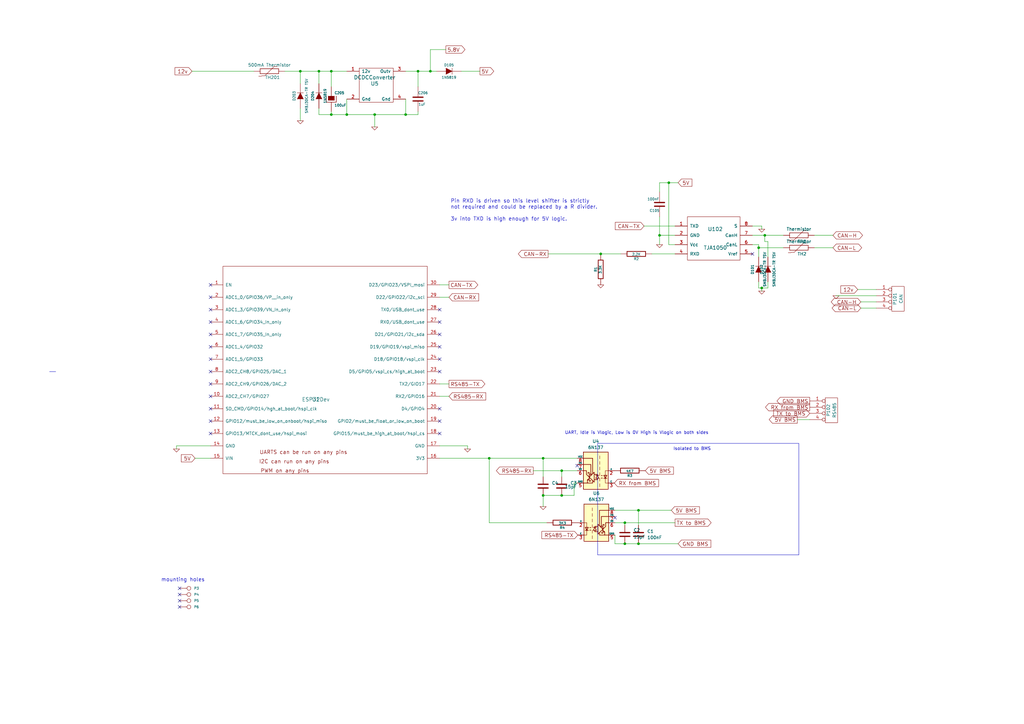
<source format=kicad_sch>
(kicad_sch (version 20230121) (generator eeschema)
  (paper "A3")
  (lib_symbols
    (symbol "Device:C" (pin_numbers hide) (pin_names (offset 0.254))
      (property "Reference" "C" (at 0.635 2.54 0))
      (property "Value" "C" (at 0.635 -2.54 0))
      (symbol "C_0_1"
        (polyline (pts (xy -2.032 -0.762) (xy 2.032 -0.762)) (stroke (width 0.508)))
        (polyline (pts (xy -2.032 0.762) (xy 2.032 0.762)) (stroke (width 0.508)))
      )
      (symbol "C_1_1"
        (pin passive line (at 0 3.81 270) (length 2.794) (name "~") (number "1"))
        (pin passive line (at 0 -3.81 90) (length 2.794) (name "~") (number "2"))
      )
    )
    (symbol "Isolator:6N137" (pin_names (offset 0))
      (property "Reference" "U" (at -4.064 8.89 0))
      (property "Value" "6N137" (at 0 -8.89 0))
      (symbol "6N137_0_1"
        (polyline (pts (xy 2.667 -3.556) (xy 2.667 -1.651)) (stroke (width 0.254)))
        (polyline (pts (xy 2.667 -2.159) (xy 2.667 -2.921)) (stroke (width 0.254)))
        (polyline (pts (xy 3.429 -3.937) (xy 3.429 -5.08)) (stroke (width 0.254)))
        (polyline (pts (xy -0.635 -3.302) (xy -0.635 -3.683) (xy 0.635 -3.683)) (stroke (width 0.254)))
        (polyline (pts (xy -0.635 -1.905) (xy -0.635 -1.524) (xy 0.508 -1.524)) (stroke (width 0.254)))
        (polyline (pts (xy 1.27 -4.064) (xy 1.27 -5.08) (xy 5.08 -5.08)) (stroke (width 0.254)))
        (polyline (pts (xy 1.27 -1.27) (xy 1.27 5.08) (xy 5.08 5.08)) (stroke (width 0.254)))
        (polyline (pts (xy 2.032 -1.27) (xy 2.032 2.54) (xy 5.08 2.54)) (stroke (width 0.254)))
        (polyline (pts (xy -5.08 -5.08) (xy -3.937 -5.08) (xy -3.937 0) (xy -5.08 0)))
        (polyline (pts (xy 2.667 -3.302) (xy 2.667 -4.318) (xy 2.159 -4.318) (xy 2.159 -3.937)) (stroke (width 0.254)))
        (polyline (pts (xy 2.667 -2.667) (xy 0.635 -4.699) (xy 0.635 -0.635) (xy 2.667 -2.667)) (stroke (width 0.254)))
        (polyline (pts (xy 2.667 -1.778) (xy 2.667 -0.762) (xy 3.175 -0.762) (xy 3.175 -1.143)) (stroke (width 0.254)))
        (polyline (pts (xy 2.794 -2.54) (xy 3.81 -1.524) (xy 3.81 0) (xy 5.08 0)) (stroke (width 0.254)))
        (polyline (pts (xy 2.667 -3.175) (xy 3.429 -3.937) (xy 3.302 -3.556) (xy 3.048 -3.81) (xy 3.429 -3.937)) (stroke (width 0.254)))
        (circle (center 2.032 -1.524) (radius 0.254) (stroke (width 0.254)))
      )
      (symbol "6N137_1_1"
        (rectangle (start -5.08 7.62) (end 5.08 -7.62) (stroke (width 0.254)) (fill (type background)))
        (polyline (pts (xy -4.572 -3.175) (xy -3.302 -3.175)) (stroke (width 0.254)))
        (polyline (pts (xy -1.651 -5.334) (xy -1.651 -6.604)))
        (polyline (pts (xy -1.651 -3.048) (xy -1.651 -4.318)))
        (polyline (pts (xy -1.651 -0.762) (xy -1.651 -2.032)))
        (polyline (pts (xy -1.651 1.524) (xy -1.651 0.254)))
        (polyline (pts (xy -1.651 3.81) (xy -1.651 2.54)))
        (polyline (pts (xy -1.651 6.096) (xy -1.651 4.826)))
        (polyline (pts (xy -1.27 -1.905) (xy 0 -1.905)) (stroke (width 0.254)))
        (polyline (pts (xy -3.937 -3.175) (xy -4.572 -1.905) (xy -3.302 -1.905) (xy -3.937 -3.175)) (stroke (width 0.254)))
        (polyline (pts (xy -0.635 -1.905) (xy -1.27 -3.175) (xy 0 -3.175) (xy -0.635 -1.905)) (stroke (width 0.254)))
        (polyline (pts (xy -2.921 -3.048) (xy -2.159 -3.048) (xy -2.54 -3.175) (xy -2.54 -2.921) (xy -2.159 -3.048)) (stroke (width 0.127)))
        (polyline (pts (xy -2.921 -2.032) (xy -2.159 -2.032) (xy -2.54 -2.159) (xy -2.54 -1.905) (xy -2.159 -2.032)) (stroke (width 0.127)))
        (pin no_connect line (at -5.08 5.08 0) (length 2.54) hide (name "NC") (number "1"))
        (pin passive line (at -7.62 0 0) (length 2.54) (name "A") (number "2"))
        (pin passive line (at -7.62 -5.08 0) (length 2.54) (name "C") (number "3"))
        (pin power_in line (at 7.62 -5.08 180) (length 2.54) (name "GND") (number "5"))
        (pin open_collector line (at 7.62 0 180) (length 2.54) (name "VO") (number "6"))
        (pin input line (at 7.62 2.54 180) (length 2.54) (name "EN") (number "7"))
        (pin power_in line (at 7.62 5.08 180) (length 2.54) (name "VCC") (number "8"))
      )
    )
    (symbol "conn:CONN_1" (pin_numbers hide) (pin_names (offset 0.762) hide)
      (property "Reference" "P" (at 2.032 0 0))
      (symbol "CONN_1_0_1"
        (polyline (pts (xy -0.762 0) (xy -1.27 0)))
        (circle (center 0 0) (radius 0.7874))
      )
      (symbol "CONN_1_1_1"
        (pin passive line (at -3.81 0 0) (length 2.54) (name "1") (number "1"))
      )
    )
    (symbol "conn:CONN_4" (pin_names (offset 1.016) hide)
      (property "Reference" "P" (at -1.27 0 90))
      (property "Value" "CONN_4" (at 1.27 0 90))
      (symbol "CONN_4_0_1"
        (rectangle (start -2.54 5.08) (end 2.54 -5.08))
      )
      (symbol "CONN_4_1_1"
        (pin passive inverted (at -8.89 3.81 0) (length 6.35) (name "P1") (number "1"))
        (pin passive inverted (at -8.89 1.27 0) (length 6.35) (name "P2") (number "2"))
        (pin passive inverted (at -8.89 -1.27 0) (length 6.35) (name "P3") (number "3"))
        (pin passive inverted (at -8.89 -3.81 0) (length 6.35) (name "P4") (number "4"))
      )
    )
    (symbol "device:C" (pin_numbers hide) (pin_names (offset 0.254))
      (property "Reference" "C" (at 0 2.54 0))
      (property "Value" "C" (at 0.1524 -2.159 0))
      (symbol "C_0_1"
        (polyline (pts (xy -2.032 -0.762) (xy 2.032 -0.762)) (stroke (width 0.508)))
        (polyline (pts (xy -2.032 0.762) (xy 2.032 0.762)) (stroke (width 0.508)))
      )
      (symbol "C_1_1"
        (pin passive line (at 0 5.08 270) (length 4.318) (name "~") (number "1"))
        (pin passive line (at 0 -5.08 90) (length 4.318) (name "~") (number "2"))
      )
    )
    (symbol "device:CAPAPOL" (pin_numbers hide) (pin_names (offset 0.254) hide)
      (property "Reference" "C" (at 1.27 2.54 0))
      (property "Value" "CAPAPOL" (at 1.27 -2.54 0))
      (symbol "CAPAPOL_0_1"
        (polyline (pts (xy -2.032 1.27) (xy -2.032 -1.27) (xy 2.032 -1.27) (xy 2.032 1.27)) (stroke (width 0.2032)))
        (polyline (pts (xy -1.27 1.27) (xy -1.27 -0.508) (xy 1.27 -0.508) (xy 1.27 1.27)) (fill (type outline)))
      )
      (symbol "CAPAPOL_1_1"
        (pin passive line (at 0 5.08 270) (length 3.81) (name "~") (number "1"))
        (pin passive line (at 0 -5.08 90) (length 3.81) (name "~") (number "2"))
      )
    )
    (symbol "device:DCDCConverter" (pin_names (offset 1.016))
      (property "Reference" "U" (at 0 0 0))
      (property "Value" "DCDCConverter" (at 0 2.54 0))
      (symbol "DCDCConverter_0_1"
        (rectangle (start -6.35 -7.62) (end 7.62 6.35))
      )
      (symbol "DCDCConverter_1_1"
        (pin input line (at -11.43 5.08 0) (length 5.08) (name "12v") (number "1"))
        (pin input line (at -11.43 -6.35 0) (length 5.08) (name "Gnd") (number "2"))
        (pin input line (at 12.7 5.08 180) (length 5.08) (name "Outv") (number "3"))
        (pin input line (at 12.7 -6.35 180) (length 5.08) (name "Gnd") (number "4"))
      )
    )
    (symbol "device:DIODE" (pin_numbers hide) (pin_names (offset 1.016) hide)
      (property "Reference" "D" (at 0 2.54 0))
      (property "Value" "DIODE" (at 0 -2.54 0))
      (symbol "DIODE_0_1"
        (polyline (pts (xy 1.27 1.27) (xy 1.27 -1.27)) (stroke (width 0.1524)))
        (polyline (pts (xy -1.27 1.27) (xy 1.27 0) (xy -1.27 -1.27)) (fill (type outline)))
      )
      (symbol "DIODE_1_1"
        (pin passive line (at -5.08 0 0) (length 3.81) (name "A") (number "1"))
        (pin passive line (at 5.08 0 180) (length 3.81) (name "K") (number "2"))
      )
    )
    (symbol "device:ESP32Dev" (pin_names (offset 1.016))
      (property "Reference" "U" (at -2.54 -8.89 0))
      (property "Value" "ESP32Dev" (at -2.54 -8.89 0))
      (symbol "ESP32Dev_0_0"
        (text "I2C can run on any pins" (at -11.43 -34.29 0) (effects (font (size 1.524 1.524))))
        (text "PWM on any pins" (at -15.24 -38.1 0) (effects (font (size 1.524 1.524))))
        (text "UARTS can be run on any pins" (at -7.62 -30.48 0) (effects (font (size 1.524 1.524))))
      )
      (symbol "ESP32Dev_0_1"
        (rectangle (start -40.64 45.72) (end 43.18 -39.37))
      )
      (symbol "ESP32Dev_1_1"
        (pin bidirectional line (at -45.72 38.1 0) (length 5.08) (name "EN") (number "1"))
        (pin bidirectional line (at -45.72 -7.62 0) (length 5.08) (name "ADC2_CH7/GPIO27") (number "10"))
        (pin bidirectional line (at -45.72 -12.7 0) (length 5.08) (name "SD_CMD/GPIO14/hgh_at_boot/hspi_clk") (number "11"))
        (pin bidirectional line (at -45.72 -17.78 0) (length 5.08) (name "GPIO12/must_be_low_on_onboot/hspi_miso") (number "12"))
        (pin bidirectional line (at -45.72 -22.86 0) (length 5.08) (name "GPIO13/MTCK_dont_use/hspi_mosi") (number "13"))
        (pin passive line (at -45.72 -27.94 0) (length 5.08) (name "GND") (number "14"))
        (pin power_in line (at -45.72 -33.02 0) (length 5.08) (name "VIN") (number "15"))
        (pin power_in line (at 48.26 -33.02 180) (length 5.08) (name "3V3") (number "16"))
        (pin passive line (at 48.26 -27.94 180) (length 5.08) (name "GND") (number "17"))
        (pin bidirectional line (at 48.26 -22.86 180) (length 5.08) (name "GPIO15/must_be_high_at_boot/hspi_cs") (number "18"))
        (pin bidirectional line (at 48.26 -17.78 180) (length 5.08) (name "GPIO2/must_be_float_or_low_on_boot") (number "19"))
        (pin input line (at -45.72 33.02 0) (length 5.08) (name "ADC1_0/GPIO36/VP__in_only") (number "2"))
        (pin bidirectional line (at 48.26 -12.7 180) (length 5.08) (name "D4/GPIO4") (number "20"))
        (pin bidirectional line (at 48.26 -7.62 180) (length 5.08) (name "RX2/GPIO16") (number "21"))
        (pin bidirectional line (at 48.26 -2.54 180) (length 5.08) (name "TX2/GIO17") (number "22"))
        (pin bidirectional line (at 48.26 2.54 180) (length 5.08) (name "D5/GPIO5/vspi_cs/high_at_boot") (number "23"))
        (pin bidirectional line (at 48.26 7.62 180) (length 5.08) (name "D18/GPIO18/vspi_clk") (number "24"))
        (pin bidirectional line (at 48.26 12.7 180) (length 5.08) (name "D19/GPIO19/vspi_miso") (number "25"))
        (pin bidirectional line (at 48.26 17.78 180) (length 5.08) (name "D21/GPIO21/i2c_sda") (number "26"))
        (pin bidirectional line (at 48.26 22.86 180) (length 5.08) (name "RX0/USB_dont_use") (number "27"))
        (pin bidirectional line (at 48.26 27.94 180) (length 5.08) (name "TX0/USB_dont_use") (number "28"))
        (pin bidirectional line (at 48.26 33.02 180) (length 5.08) (name "D22/GPIO22/i2c_scl") (number "29"))
        (pin input line (at -45.72 27.94 0) (length 5.08) (name "ADC1_3/GPIO39/VN_In_only") (number "3"))
        (pin bidirectional line (at 48.26 38.1 180) (length 5.08) (name "D23/GPIO23/VSPI_mosi") (number "30"))
        (pin input line (at -45.72 22.86 0) (length 5.08) (name "ADC1_6/GPIO34_In_only") (number "4"))
        (pin input line (at -45.72 17.78 0) (length 5.08) (name "ADC1_7/GPIO35_In_only") (number "5"))
        (pin bidirectional line (at -45.72 12.7 0) (length 5.08) (name "ADC1_4/GPIO32") (number "6"))
        (pin bidirectional line (at -45.72 7.62 0) (length 5.08) (name "ADC1_5/GPIO33") (number "7"))
        (pin bidirectional line (at -45.72 2.54 0) (length 5.08) (name "ADC2_CH8/GPIO25/DAC_1") (number "8"))
        (pin bidirectional line (at -45.72 -2.54 0) (length 5.08) (name "ADC2_CH9/GPIO26/DAC_2") (number "9"))
      )
    )
    (symbol "device:R" (pin_numbers hide) (pin_names (offset 0))
      (property "Reference" "R" (at 2.032 0 90))
      (property "Value" "R" (at 0.1778 0.0254 90))
      (symbol "R_0_1"
        (rectangle (start -1.016 3.81) (end 1.016 -3.81) (stroke (width 0.3048)))
      )
      (symbol "R_1_1"
        (pin passive line (at 0 6.35 270) (length 2.54) (name "~") (number "1"))
        (pin passive line (at 0 -6.35 90) (length 2.54) (name "~") (number "2"))
      )
    )
    (symbol "device:THERMISTOR" (pin_numbers hide) (pin_names (offset 0))
      (property "Reference" "TH" (at 2.54 1.27 90))
      (property "Value" "THERMISTOR" (at -2.54 0 90))
      (symbol "THERMISTOR_0_1"
        (rectangle (start -1.016 3.81) (end 1.016 -3.81) (stroke (width 0.2032)))
        (polyline (pts (xy -1.905 3.175) (xy -1.905 1.905) (xy 1.905 -1.905) (xy 1.905 -3.175) (xy 1.905 -3.175)))
        (text "-" (at 1.905 -3.81 900) (effects (font (size 1.524 1.524))))
      )
      (symbol "THERMISTOR_1_1"
        (pin passive line (at 0 6.35 270) (length 2.54) (name "~") (number "1"))
        (pin passive line (at 0 -6.35 90) (length 2.54) (name "~") (number "2"))
      )
    )
    (symbol "device:TJA1050" (pin_names (offset 1.016))
      (property "Reference" "U" (at 0 -2.54 0))
      (property "Value" "TJA1050" (at 0 -10.16 0))
      (symbol "TJA1050_0_1"
        (rectangle (start -11.43 -15.24) (end 10.16 2.54))
      )
      (symbol "TJA1050_1_1"
        (pin input line (at -16.51 -1.27 0) (length 5.08) (name "TXD") (number "1"))
        (pin input line (at -16.51 -5.08 0) (length 5.08) (name "GND") (number "2"))
        (pin input line (at -16.51 -8.89 0) (length 5.08) (name "Vcc") (number "3"))
        (pin input line (at -16.51 -12.7 0) (length 5.08) (name "RXD") (number "4"))
        (pin input line (at 15.24 -12.7 180) (length 5.08) (name "Vref") (number "5"))
        (pin input line (at 15.24 -8.89 180) (length 5.08) (name "CanL") (number "6"))
        (pin input line (at 15.24 -5.08 180) (length 5.08) (name "CanH") (number "7"))
        (pin input line (at 15.24 -1.27 180) (length 5.08) (name "S") (number "8"))
      )
    )
    (symbol "power1:GND" (power) (pin_names (offset 0))
      (symbol "GND_0_1"
        (polyline (pts (xy -1.27 0) (xy 0 -1.27) (xy 1.27 0) (xy -1.27 0)))
      )
      (symbol "GND_1_1"
        (pin power_in line (at 0 0 90) (length 0) hide (name "GND") (number "1"))
      )
    )
  )
  (junction (at 256.286 214.376))
  (junction (at 261.874 209.296))
  (junction (at 274.32 74.93))
  (junction (at 246.38 104.14))
  (junction (at 256.286 223.012))
  (junction (at 176.53 29.21))
  (junction (at 142.24 46.99))
  (junction (at 261.874 223.012))
  (junction (at 230.378 193.04))
  (junction (at 166.37 46.99))
  (junction (at 130.81 29.21))
  (junction (at 135.89 46.99))
  (junction (at 222.758 187.96))
  (junction (at 153.67 46.99))
  (junction (at 200.66 187.96))
  (junction (at 123.19 29.21))
  (junction (at 311.15 101.6))
  (junction (at 222.758 203.2))
  (junction (at 312.42 118.11))
  (junction (at 313.69 96.52))
  (junction (at 135.89 29.21))
  (junction (at 230.378 203.2))
  (junction (at 270.51 96.52))
  (junction (at 171.45 29.21))
  (no_connect (at 86.36 152.4))
  (no_connect (at 180.34 132.08))
  (no_connect (at 86.36 142.24))
  (no_connect (at 180.34 172.72))
  (no_connect (at 86.36 137.16))
  (no_connect (at 86.36 177.8))
  (no_connect (at 86.36 162.56))
  (no_connect (at 308.61 104.14))
  (no_connect (at 86.36 147.32))
  (no_connect (at 86.36 132.08))
  (no_connect (at 73.66 246.38))
  (no_connect (at 73.66 248.92))
  (no_connect (at 180.34 147.32))
  (no_connect (at 86.36 172.72))
  (no_connect (at 86.36 116.84))
  (no_connect (at 180.34 127))
  (no_connect (at 180.34 167.64))
  (no_connect (at 252.222 212.344))
  (no_connect (at 180.34 177.8))
  (no_connect (at 180.34 142.24))
  (no_connect (at 86.36 121.92))
  (no_connect (at 73.66 243.84))
  (no_connect (at 236.728 191.008))
  (no_connect (at 86.36 167.64))
  (no_connect (at 86.36 127))
  (no_connect (at 180.34 137.16))
  (no_connect (at 86.36 157.48))
  (no_connect (at 73.66 241.3))
  (no_connect (at 180.34 152.4))
  (wire (pts (xy 180.34 182.88) (xy 191.77 182.88)))
  (wire (pts (xy 327.025 172.085) (xy 332.105 172.085)))
  (wire (pts (xy 236.728 198.12) (xy 235.458 198.12)))
  (wire (pts (xy 222.758 203.2) (xy 230.378 203.2)))
  (wire (pts (xy 311.15 101.6) (xy 311.15 105.41)))
  (wire (pts (xy 153.67 46.99) (xy 166.37 46.99)))
  (wire (pts (xy 123.19 34.29) (xy 123.19 29.21)))
  (wire (pts (xy 218.694 193.04) (xy 230.378 193.04)))
  (wire (pts (xy 312.42 118.11) (xy 312.42 119.38)))
  (wire (pts (xy 171.45 46.99) (xy 171.45 45.72)))
  (wire (pts (xy 86.36 182.88) (xy 72.39 182.88)))
  (wire (pts (xy 334.01 101.6) (xy 341.63 101.6)))
  (wire (pts (xy 222.758 187.96) (xy 236.728 187.96)))
  (wire (pts (xy 252.222 219.456) (xy 252.222 223.012)))
  (wire (pts (xy 180.34 116.84) (xy 184.15 116.84)))
  (wire (pts (xy 116.84 29.21) (xy 123.19 29.21)))
  (wire (pts (xy 235.458 198.12) (xy 235.458 203.2)))
  (wire (pts (xy 314.96 118.11) (xy 314.96 115.57)))
  (wire (pts (xy 252.222 214.376) (xy 256.286 214.376)))
  (wire (pts (xy 184.15 162.56) (xy 180.34 162.56)))
  (wire (pts (xy 311.15 115.57) (xy 311.15 118.11)))
  (wire (pts (xy 351.79 118.745) (xy 359.41 118.745)))
  (wire (pts (xy 311.15 101.6) (xy 321.31 101.6)))
  (wire (pts (xy 189.23 29.21) (xy 196.85 29.21)))
  (wire (pts (xy 230.378 195.58) (xy 230.378 193.04)))
  (wire (pts (xy 261.874 223.012) (xy 278.13 223.012)))
  (wire (pts (xy 353.06 123.825) (xy 359.41 123.825)))
  (wire (pts (xy 252.222 209.296) (xy 261.874 209.296)))
  (wire (pts (xy 123.19 49.53) (xy 123.19 44.45)))
  (wire (pts (xy 135.89 29.21) (xy 135.89 35.56)))
  (wire (pts (xy 256.286 223.012) (xy 261.874 223.012)))
  (wire (pts (xy 312.42 118.11) (xy 314.96 118.11)))
  (wire (pts (xy 270.51 74.93) (xy 274.32 74.93)))
  (wire (pts (xy 313.69 99.06) (xy 313.69 96.52)))
  (polyline (pts (xy 20.32 152.4) (xy 22.86 152.4)))
  (wire (pts (xy 230.378 193.04) (xy 236.728 193.04)))
  (wire (pts (xy 261.874 209.296) (xy 275.336 209.296)))
  (wire (pts (xy 313.69 96.52) (xy 321.31 96.52)))
  (wire (pts (xy 130.81 34.29) (xy 130.81 29.21)))
  (wire (pts (xy 359.41 121.285) (xy 342.9 121.285)))
  (wire (pts (xy 261.874 209.296) (xy 261.874 215.392)))
  (wire (pts (xy 311.15 100.33) (xy 311.15 101.6)))
  (wire (pts (xy 314.96 105.41) (xy 314.96 99.06)))
  (wire (pts (xy 312.42 92.71) (xy 312.42 93.98)))
  (wire (pts (xy 200.66 214.376) (xy 200.66 187.96)))
  (wire (pts (xy 166.37 29.21) (xy 171.45 29.21)))
  (wire (pts (xy 270.51 96.52) (xy 270.51 100.33)))
  (wire (pts (xy 130.81 29.21) (xy 135.89 29.21)))
  (wire (pts (xy 252.222 223.012) (xy 256.286 223.012)))
  (wire (pts (xy 264.16 92.71) (xy 276.86 92.71)))
  (wire (pts (xy 130.81 46.99) (xy 135.89 46.99)))
  (wire (pts (xy 166.37 40.64) (xy 166.37 46.99)))
  (wire (pts (xy 246.38 104.14) (xy 254.635 104.14)))
  (wire (pts (xy 222.758 203.2) (xy 222.758 207.772)))
  (wire (pts (xy 274.32 100.33) (xy 276.86 100.33)))
  (wire (pts (xy 153.67 46.99) (xy 153.67 52.07)))
  (wire (pts (xy 274.32 74.93) (xy 278.13 74.93)))
  (wire (pts (xy 311.15 100.33) (xy 308.61 100.33)))
  (wire (pts (xy 135.89 46.99) (xy 142.24 46.99)))
  (wire (pts (xy 308.61 92.71) (xy 312.42 92.71)))
  (wire (pts (xy 135.89 46.99) (xy 135.89 45.72)))
  (wire (pts (xy 224.282 214.376) (xy 200.66 214.376)))
  (wire (pts (xy 308.61 96.52) (xy 313.69 96.52)))
  (wire (pts (xy 267.335 104.14) (xy 276.86 104.14)))
  (wire (pts (xy 182.88 20.32) (xy 176.53 20.32)))
  (wire (pts (xy 353.06 126.365) (xy 359.41 126.365)))
  (wire (pts (xy 80.01 187.96) (xy 86.36 187.96)))
  (wire (pts (xy 200.66 187.96) (xy 222.758 187.96)))
  (wire (pts (xy 314.96 99.06) (xy 313.69 99.06)))
  (wire (pts (xy 78.74 29.21) (xy 104.14 29.21)))
  (wire (pts (xy 123.19 29.21) (xy 130.81 29.21)))
  (wire (pts (xy 72.39 182.88) (xy 72.39 184.15)))
  (wire (pts (xy 176.53 20.32) (xy 176.53 29.21)))
  (wire (pts (xy 311.15 118.11) (xy 312.42 118.11)))
  (wire (pts (xy 142.24 46.99) (xy 153.67 46.99)))
  (wire (pts (xy 171.45 29.21) (xy 176.53 29.21)))
  (wire (pts (xy 180.34 187.96) (xy 200.66 187.96)))
  (wire (pts (xy 270.51 74.93) (xy 270.51 78.74)))
  (wire (pts (xy 191.77 182.88) (xy 191.77 184.15)))
  (wire (pts (xy 171.45 29.21) (xy 171.45 35.56)))
  (wire (pts (xy 184.15 157.48) (xy 180.34 157.48)))
  (wire (pts (xy 130.81 44.45) (xy 130.81 46.99)))
  (wire (pts (xy 334.01 96.52) (xy 341.63 96.52)))
  (wire (pts (xy 166.37 46.99) (xy 171.45 46.99)))
  (wire (pts (xy 135.89 29.21) (xy 142.24 29.21)))
  (wire (pts (xy 230.378 203.2) (xy 235.458 203.2)))
  (wire (pts (xy 142.24 40.64) (xy 142.24 46.99)))
  (wire (pts (xy 270.51 88.9) (xy 270.51 96.52)))
  (wire (pts (xy 256.286 214.376) (xy 276.86 214.376)))
  (wire (pts (xy 222.758 195.58) (xy 222.758 187.96)))
  (wire (pts (xy 274.32 74.93) (xy 274.32 100.33)))
  (wire (pts (xy 256.286 214.376) (xy 256.286 215.392)))
  (wire (pts (xy 184.15 121.92) (xy 180.34 121.92)))
  (wire (pts (xy 276.86 96.52) (xy 270.51 96.52)))
  (wire (pts (xy 176.53 29.21) (xy 179.07 29.21)))
  (wire (pts (xy 224.79 104.14) (xy 246.38 104.14)))
  (rectangle (start 245.11 181.864) (end 327.66 227.584))
  (text "Pin RXD is driven so this level shifter is strictly \nnot required and could be replaced by a R divider.\n\n3v into TXD is high enough for 5V logic.\n" (at 184.785 90.805 0) (effects (font (size 1.524 1.524)) (justify left bottom)))
  (text "mounting holes" (at 66.04 238.76 0) (effects (font (size 1.524 1.524)) (justify left bottom)))
  (text "Isolated to BMS" (at 276.098 184.912 0) (effects (font (size 1.27 1.27)) (justify left bottom)))
  (text "UART, Idle is Vlogic, Low is 0V High is Vlogic on both sides" (at 231.648 178.308 0) (effects (font (size 1.27 1.27)) (justify left bottom)))
  (global_label "CAN-RX" (shape input) (at 184.15 121.92 0) (effects (font (size 1.524 1.524))) (property "Intersheetrefs" "${INTERSHEET_REFS}" (effects hide)))
  (global_label "RS485-TX" (shape input) (at 236.982 219.456 180) (effects (font (size 1.524 1.524))) (property "Intersheetrefs" "${INTERSHEET_REFS}" (effects hide)))
  (global_label "5V" (shape input) (at 278.13 74.93 0) (effects (font (size 1.524 1.524))) (property "Intersheetrefs" "${INTERSHEET_REFS}" (effects hide)))
  (global_label "CAN-L" (shape bidirectional) (at 341.63 101.6 0) (effects (font (size 1.524 1.524))) (property "Intersheetrefs" "${INTERSHEET_REFS}" (effects hide)))
  (global_label "CAN-TX" (shape output) (at 184.15 116.84 0) (effects (font (size 1.524 1.524))) (property "Intersheetrefs" "${INTERSHEET_REFS}" (effects hide)))
  (global_label "RS485-TX" (shape output) (at 184.15 157.48 0) (effects (font (size 1.524 1.524))) (property "Intersheetrefs" "${INTERSHEET_REFS}" (effects hide)))
  (global_label "12v" (shape input) (at 351.79 118.745 180) (effects (font (size 1.524 1.524))) (property "Intersheetrefs" "${INTERSHEET_REFS}" (effects hide)))
  (global_label "CAN-TX" (shape input) (at 264.16 92.71 180) (effects (font (size 1.524 1.524))) (property "Intersheetrefs" "${INTERSHEET_REFS}" (effects hide)))
  (global_label "RS485-RX" (shape output) (at 218.694 193.04 180) (effects (font (size 1.524 1.524))) (property "Intersheetrefs" "${INTERSHEET_REFS}" (effects hide)))
  (global_label "5V" (shape input) (at 80.01 187.96 180) (effects (font (size 1.524 1.524))) (property "Intersheetrefs" "${INTERSHEET_REFS}" (effects hide)))
  (global_label "RX from BMS" (shape output) (at 332.105 167.005 180) (effects (font (size 1.524 1.524))) (property "Intersheetrefs" "${INTERSHEET_REFS}" (effects hide)))
  (global_label "CAN-H" (shape bidirectional) (at 341.63 96.52 0) (effects (font (size 1.524 1.524))) (property "Intersheetrefs" "${INTERSHEET_REFS}" (effects hide)))
  (global_label "5.8V" (shape output) (at 182.88 20.32 0) (effects (font (size 1.524 1.524))) (property "Intersheetrefs" "${INTERSHEET_REFS}" (effects hide)))
  (global_label "CAN-RX" (shape output) (at 224.79 104.14 180) (effects (font (size 1.524 1.524))) (property "Intersheetrefs" "${INTERSHEET_REFS}" (effects hide)))
  (global_label "12v" (shape input) (at 78.74 29.21 180) (effects (font (size 1.524 1.524))) (property "Intersheetrefs" "${INTERSHEET_REFS}" (effects hide)))
  (global_label "TX to BMS" (shape output) (at 276.86 214.376 0) (effects (font (size 1.524 1.524))) (property "Intersheetrefs" "${INTERSHEET_REFS}" (effects hide)))
  (global_label "CAN-H" (shape bidirectional) (at 353.06 123.825 180) (effects (font (size 1.524 1.524))) (property "Intersheetrefs" "${INTERSHEET_REFS}" (effects hide)))
  (global_label "RX from BMS" (shape input) (at 251.968 198.12 0) (effects (font (size 1.524 1.524))) (property "Intersheetrefs" "${INTERSHEET_REFS}" (effects hide)))
  (global_label "RS485-RX" (shape input) (at 184.15 162.56 0) (effects (font (size 1.524 1.524))) (property "Intersheetrefs" "${INTERSHEET_REFS}" (effects hide)))
  (global_label "GND BMS" (shape input) (at 278.13 223.012 0) (effects (font (size 1.524 1.524))) (property "Intersheetrefs" "${INTERSHEET_REFS}" (effects hide)))
  (global_label "5V BMS" (shape output) (at 327.025 172.085 180) (effects (font (size 1.524 1.524))) (property "Intersheetrefs" "${INTERSHEET_REFS}" (effects hide)))
  (global_label "5V BMS" (shape input) (at 264.668 193.04 0) (effects (font (size 1.524 1.524))) (property "Intersheetrefs" "${INTERSHEET_REFS}" (effects hide)))
  (global_label "GND BMS" (shape output) (at 332.105 164.465 180) (effects (font (size 1.524 1.524))) (property "Intersheetrefs" "${INTERSHEET_REFS}" (effects hide)))
  (global_label "CAN-L" (shape bidirectional) (at 353.06 126.365 180) (effects (font (size 1.524 1.524))) (property "Intersheetrefs" "${INTERSHEET_REFS}" (effects hide)))
  (global_label "5V BMS" (shape input) (at 275.336 209.296 0) (effects (font (size 1.524 1.524))) (property "Intersheetrefs" "${INTERSHEET_REFS}" (effects hide)))
  (global_label "5V" (shape output) (at 196.85 29.21 0) (effects (font (size 1.524 1.524))) (property "Intersheetrefs" "${INTERSHEET_REFS}" (effects hide)))
  (global_label "TX to BMS" (shape input) (at 332.105 169.545 180) (effects (font (size 1.524 1.524))) (property "Intersheetrefs" "${INTERSHEET_REFS}" (effects hide)))
  (symbol (lib_id "power1:GND") (at 123.19 49.53 0) (unit 1)
    (property "Reference" "#PWR01" (effects hide))
    (property "Value" "GND" (effects hide))
  )
  (symbol (lib_id "device:DIODE") (at 123.19 39.37 90) (unit 1)
    (property "Reference" "D203" (at 120.65 39.37 0) (effects (font (size 1.016 1.016))))
    (property "Value" "SMBJ30CA-TR TSV" (at 125.73 39.37 0) (effects (font (size 1.016 1.016))))
    (property "Footprint" "Diodes_SMD:DO-214AB" (effects hide))
    (property "Datasheet" "https://uk.rs-online.com/web/p/tvs-diodes/7147197" (effects hide))
  )
  (symbol (lib_id "device:CAPAPOL") (at 135.89 40.64 0) (unit 1)
    (property "Reference" "C205" (at 137.16 38.1 0) (effects (font (size 1.016 1.016)) (justify left)))
    (property "Value" "100uF" (at 137.16 43.18 0) (effects (font (size 1.016 1.016)) (justify left)))
    (property "Footprint" "Capacitor_SMD:C_1206_3216Metric_Pad1.33x1.80mm_HandSolder" (effects hide))
  )
  (symbol (lib_id "device:C") (at 171.45 40.64 0) (unit 1)
    (property "Reference" "C206" (at 171.45 38.1 0) (effects (font (size 1.016 1.016)) (justify left)))
    (property "Value" "1uF" (at 171.6024 42.799 0) (effects (font (size 1.016 1.016)) (justify left)))
    (property "Footprint" "Capacitor_SMD:C_1210_3225Metric_Pad1.33x2.70mm_HandSolder" (effects hide))
  )
  (symbol (lib_id "device:DIODE") (at 130.81 39.37 90) (unit 1)
    (property "Reference" "D204" (at 128.27 39.37 0) (effects (font (size 1.016 1.016))))
    (property "Value" "1N5819" (at 133.35 39.37 0) (effects (font (size 1.016 1.016))))
    (property "Footprint" "Diodes_SMD:D_1206" (effects hide))
  )
  (symbol (lib_id "power1:GND") (at 153.67 52.07 0) (unit 1)
    (property "Reference" "#PWR02" (effects hide))
    (property "Value" "GND" (effects hide))
  )
  (symbol (lib_id "device:THERMISTOR") (at 110.49 29.21 270) (unit 1)
    (property "Reference" "TH201" (at 111.76 31.75 90))
    (property "Value" "500mA Thermistor" (at 110.49 26.67 90))
    (property "Footprint" "Resistors_ThroughHole:Resistor_Horizontal_RM7mm" (effects hide))
  )
  (symbol (lib_id "device:TJA1050") (at 293.37 91.44 0) (unit 1)
    (property "Reference" "U102" (at 293.37 93.98 0) (effects (font (size 1.524 1.524))))
    (property "Value" "TJA1050" (at 293.37 101.6 0) (effects (font (size 1.524 1.524))))
    (property "Footprint" "Housings_SOIC:SOIC-8_3.9x4.9mm_Pitch1.27mm" (effects hide))
  )
  (symbol (lib_id "power1:GND") (at 270.51 100.33 0) (unit 1)
    (property "Reference" "#PWR03" (effects hide))
    (property "Value" "GND" (effects hide))
  )
  (symbol (lib_id "power1:GND") (at 312.42 93.98 0) (unit 1)
    (property "Reference" "#PWR04" (effects hide))
    (property "Value" "GND" (effects hide))
  )
  (symbol (lib_id "device:C") (at 270.51 83.82 180) (unit 1)
    (property "Reference" "C105" (at 270.51 86.36 0) (effects (font (size 1.016 1.016)) (justify left)))
    (property "Value" "100nF" (at 270.3576 81.661 0) (effects (font (size 1.016 1.016)) (justify left)))
    (property "Footprint" "Capacitor_SMD:C_0805_2012Metric_Pad1.18x1.45mm_HandSolder" (effects hide))
  )
  (symbol (lib_id "device:DIODE") (at 311.15 110.49 90) (unit 1)
    (property "Reference" "D101" (at 308.61 110.49 0) (effects (font (size 1.016 1.016))))
    (property "Value" "SMBJ30CA-TR TSV" (at 313.69 110.49 0) (effects (font (size 1.016 1.016))))
    (property "Footprint" "Diodes_SMD:DO-214AB" (effects hide))
    (property "Datasheet" "https://uk.rs-online.com/web/p/tvs-diodes/7147197" (effects hide))
  )
  (symbol (lib_id "device:DIODE") (at 314.96 110.49 90) (unit 1)
    (property "Reference" "D102" (at 312.42 110.49 0) (effects (font (size 1.016 1.016))))
    (property "Value" "SMBJ30CA-TR TSV" (at 317.5 110.49 0) (effects (font (size 1.016 1.016))))
    (property "Footprint" "Diodes_SMD:DO-214AB" (effects hide))
    (property "Datasheet" "https://uk.rs-online.com/web/p/tvs-diodes/7147197" (effects hide))
  )
  (symbol (lib_id "power1:GND") (at 312.42 119.38 0) (unit 1)
    (property "Reference" "#PWR05" (effects hide))
    (property "Value" "GND" (effects hide))
  )
  (symbol (lib_id "device:THERMISTOR") (at 327.66 96.52 270) (unit 1)
    (property "Reference" "TH1" (at 328.93 99.06 90))
    (property "Value" "Thermistor" (at 327.66 93.98 90))
    (property "Footprint" "Resistor_SMD:R_2010_5025Metric_Pad1.40x2.65mm_HandSolder" (effects hide))
  )
  (symbol (lib_id "device:THERMISTOR") (at 327.66 101.6 270) (unit 1)
    (property "Reference" "TH2" (at 328.93 104.14 90))
    (property "Value" "Thermistor" (at 327.66 99.06 90))
    (property "Footprint" "Resistor_SMD:R_2010_5025Metric_Pad1.40x2.65mm_HandSolder" (effects hide))
  )
  (symbol (lib_id "power1:GND") (at 342.9 121.285 0) (unit 1)
    (property "Reference" "#PWR06" (effects hide))
    (property "Value" "GND" (effects hide))
  )
  (symbol (lib_id "device:ESP32Dev") (at 132.08 154.94 0) (unit 1)
    (property "Reference" "U1" (at 129.54 163.83 0) (effects (font (size 1.524 1.524))))
    (property "Value" "ESP32Dev" (at 129.54 163.83 0) (effects (font (size 1.524 1.524))))
    (property "Footprint" "Divers:ESP32Dev" (effects hide))
  )
  (symbol (lib_id "power1:GND") (at 191.77 184.15 0) (unit 1)
    (property "Reference" "#PWR08" (effects hide))
    (property "Value" "GND" (effects hide))
  )
  (symbol (lib_id "power1:GND") (at 72.39 184.15 0) (unit 1)
    (property "Reference" "#PWR09" (effects hide))
    (property "Value" "GND" (effects hide))
  )
  (symbol (lib_id "device:DCDCConverter") (at 153.67 34.29 0) (unit 1)
    (property "Reference" "U5" (at 153.67 34.29 0) (effects (font (size 1.524 1.524))))
    (property "Value" "DCDCConverter" (at 153.67 31.75 0) (effects (font (size 1.524 1.524))))
    (property "Footprint" "Divers:DC-DC-Converter" (effects hide))
  )
  (symbol (lib_id "conn:CONN_1") (at 77.47 241.3 0) (unit 1)
    (property "Reference" "P3" (at 79.502 241.3 0) (effects (font (size 1.016 1.016)) (justify left)))
    (property "Value" "CONN_1" (effects hide))
    (property "Footprint" "Connect:1pin" (effects hide))
  )
  (symbol (lib_id "conn:CONN_1") (at 77.47 243.84 0) (unit 1)
    (property "Reference" "P4" (at 79.502 243.84 0) (effects (font (size 1.016 1.016)) (justify left)))
    (property "Value" "CONN_1" (effects hide))
    (property "Footprint" "Connect:1pin" (effects hide))
  )
  (symbol (lib_id "conn:CONN_1") (at 77.47 246.38 0) (unit 1)
    (property "Reference" "P5" (at 79.502 246.38 0) (effects (font (size 1.016 1.016)) (justify left)))
    (property "Value" "CONN_1" (effects hide))
    (property "Footprint" "Connect:1pin" (effects hide))
  )
  (symbol (lib_id "conn:CONN_1") (at 77.47 248.92 0) (unit 1)
    (property "Reference" "P6" (at 79.502 248.92 0) (effects (font (size 1.016 1.016)) (justify left)))
    (property "Value" "CONN_1" (effects hide))
    (property "Footprint" "Connect:1pin" (effects hide))
  )
  (symbol (lib_id "device:DIODE") (at 184.15 29.21 0) (unit 1)
    (property "Reference" "D105" (at 184.15 26.67 0) (effects (font (size 1.016 1.016))))
    (property "Value" "1N5819" (at 184.15 31.75 0) (effects (font (size 1.016 1.016))))
    (property "Footprint" "Diodes_SMD:D_1206" (effects hide))
  )
  (symbol (lib_id "conn:CONN_4") (at 368.3 122.555 0) (unit 1)
    (property "Reference" "P101" (at 367.03 122.555 90))
    (property "Value" "CAN" (at 369.57 122.555 90))
    (property "Footprint" "Connect:bornier4" (effects hide))
  )
  (symbol (lib_id "conn:CONN_4") (at 340.995 168.275 0) (unit 1)
    (property "Reference" "P102" (at 339.725 168.275 90))
    (property "Value" "RS485" (at 342.265 168.275 90))
    (property "Footprint" "Connector_JST:JST_XH_S4B-XH-A_1x04_P2.50mm_Horizontal" (effects hide))
  )
  (symbol (lib_id "device:R") (at 260.985 104.14 270) (unit 1)
    (property "Reference" "R2" (at 260.985 106.172 90) (effects (font (size 1.016 1.016))))
    (property "Value" "2.2K" (at 261.0104 104.3178 90) (effects (font (size 1.016 1.016))))
    (property "Footprint" "Resistor_SMD:R_0805_2012Metric_Pad1.20x1.40mm_HandSolder" (effects hide))
  )
  (symbol (lib_id "device:R") (at 246.38 110.49 180) (unit 1)
    (property "Reference" "R1" (at 244.348 110.49 90) (effects (font (size 1.016 1.016))))
    (property "Value" "3.3K" (at 246.2022 110.5154 90) (effects (font (size 1.016 1.016))))
    (property "Footprint" "Resistor_SMD:R_0805_2012Metric_Pad1.20x1.40mm_HandSolder" (effects hide))
  )
  (symbol (lib_id "power1:GND") (at 222.758 207.772 0) (unit 1)
    (property "Reference" "#PWR013" (effects hide))
    (property "Value" "GND" (effects hide))
  )
  (symbol (lib_id "Isolator:6N137") (at 244.348 193.04 0) (mirror y) (unit 1)
    (property "Reference" "U4" (at 244.348 180.975 0))
    (property "Value" "6N137" (at 244.348 183.515 0))
    (property "Footprint" "Package_DIP:DIP-8_W7.62mm" (effects hide))
    (property "Datasheet" "https://docs.broadcom.com/docs/AV02-0940EN" (effects hide))
  )
  (symbol (lib_id "power1:GND") (at 246.38 116.84 0) (unit 1)
    (property "Reference" "#PWR010" (effects hide))
    (property "Value" "GND" (effects hide))
  )
  (symbol (lib_id "Device:C") (at 230.378 199.39 0) (unit 1)
    (property "Reference" "C3" (at 233.934 198.12 0) (effects (justify left)))
    (property "Value" "15pF" (at 231.648 199.644 0) (effects (justify left)))
    (property "Footprint" "Capacitor_SMD:C_0805_2012Metric_Pad1.18x1.45mm_HandSolder" (effects hide))
  )
  (symbol (lib_id "device:R") (at 230.632 214.376 270) (unit 1)
    (property "Reference" "R4" (at 230.632 216.408 90) (effects (font (size 1.016 1.016))))
    (property "Value" "3K3" (at 230.6574 214.5538 90) (effects (font (size 1.016 1.016))))
    (property "Footprint" "Resistor_SMD:R_0805_2012Metric_Pad1.20x1.40mm_HandSolder" (effects hide))
  )
  (symbol (lib_id "Isolator:6N137") (at 244.602 214.376 0) (unit 1)
    (property "Reference" "U6" (at 244.602 202.311 0))
    (property "Value" "6N137" (at 244.602 204.851 0))
    (property "Footprint" "Package_DIP:DIP-8_W7.62mm" (effects hide))
    (property "Datasheet" "https://docs.broadcom.com/docs/AV02-0940EN" (effects hide))
  )
  (symbol (lib_id "Device:C") (at 256.286 219.202 0) (unit 1)
    (property "Reference" "C2" (at 259.842 217.424 0) (effects (justify left)))
    (property "Value" "15pF" (at 259.842 220.218 0) (effects (justify left)))
    (property "Footprint" "Capacitor_SMD:C_0805_2012Metric_Pad1.18x1.45mm_HandSolder" (effects hide))
  )
  (symbol (lib_id "Device:C") (at 222.758 199.39 0) (unit 1)
    (property "Reference" "C4" (at 226.314 198.12 0) (effects (justify left)))
    (property "Value" "100nF" (effects hide))
    (property "Footprint" "Capacitor_SMD:C_0805_2012Metric_Pad1.18x1.45mm_HandSolder" (effects hide))
  )
  (symbol (lib_id "device:R") (at 258.318 193.04 270) (unit 1)
    (property "Reference" "R3" (at 258.318 195.072 90) (effects (font (size 1.016 1.016))))
    (property "Value" "4K7" (at 258.3434 193.2178 90) (effects (font (size 1.016 1.016))))
    (property "Footprint" "Resistor_SMD:R_0805_2012Metric_Pad1.20x1.40mm_HandSolder" (effects hide))
  )
  (symbol (lib_id "Device:C") (at 261.874 219.202 0) (unit 1)
    (property "Reference" "C1" (at 265.43 217.932 0) (effects (justify left)))
    (property "Value" "100nF" (at 265.43 220.472 0) (effects (justify left)))
    (property "Footprint" "Capacitor_SMD:C_0805_2012Metric_Pad1.18x1.45mm_HandSolder" (effects hide))
  )
)
</source>
